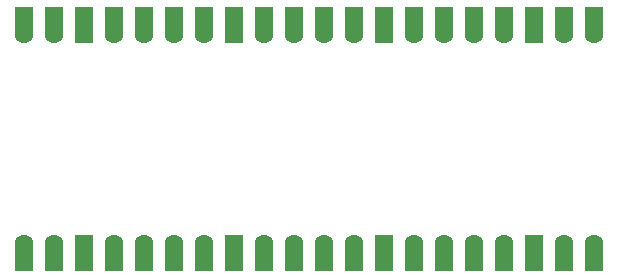
<source format=gbp>
G04 #@! TF.GenerationSoftware,KiCad,Pcbnew,6.0.11-2627ca5db0~126~ubuntu22.04.1*
G04 #@! TF.CreationDate,2023-08-03T02:59:47+02:00*
G04 #@! TF.ProjectId,OpenCyphalPicoBase,4f70656e-4379-4706-9861-6c5069636f42,0.2*
G04 #@! TF.SameCoordinates,Original*
G04 #@! TF.FileFunction,Paste,Bot*
G04 #@! TF.FilePolarity,Positive*
%FSLAX46Y46*%
G04 Gerber Fmt 4.6, Leading zero omitted, Abs format (unit mm)*
G04 Created by KiCad (PCBNEW 6.0.11-2627ca5db0~126~ubuntu22.04.1) date 2023-08-03 02:59:47*
%MOMM*%
%LPD*%
G01*
G04 APERTURE LIST*
%ADD10C,1.600000*%
%ADD11R,1.524000X2.000000*%
%ADD12R,1.600000X1.600000*%
G04 APERTURE END LIST*
D10*
X65870000Y-83110000D03*
D11*
X65870000Y-81840000D03*
D10*
X68410000Y-83110000D03*
D11*
X68410000Y-81840000D03*
D12*
X70950000Y-83110000D03*
D11*
X70950000Y-81840000D03*
D10*
X73490000Y-83110000D03*
D11*
X73490000Y-81840000D03*
D10*
X76030000Y-83110000D03*
D11*
X76030000Y-81840000D03*
D10*
X78570000Y-83110000D03*
D11*
X78570000Y-81840000D03*
D10*
X81110000Y-83110000D03*
D11*
X81110000Y-81840000D03*
D12*
X83650000Y-83110000D03*
D11*
X83650000Y-81840000D03*
X86190000Y-81840000D03*
D10*
X86190000Y-83110000D03*
D11*
X88730000Y-81840000D03*
D10*
X88730000Y-83110000D03*
X91270000Y-83110000D03*
D11*
X91270000Y-81840000D03*
X93810000Y-81840000D03*
D10*
X93810000Y-83110000D03*
D12*
X96350000Y-83110000D03*
D11*
X96350000Y-81840000D03*
X98890000Y-81840000D03*
D10*
X98890000Y-83110000D03*
D11*
X101430000Y-81840000D03*
D10*
X101430000Y-83110000D03*
X103970000Y-83110000D03*
D11*
X103970000Y-81840000D03*
X106510000Y-81840000D03*
D10*
X106510000Y-83110000D03*
D11*
X109050000Y-81840000D03*
D12*
X109050000Y-83110000D03*
D10*
X111590000Y-83110000D03*
D11*
X111590000Y-81840000D03*
D10*
X114130000Y-83110000D03*
D11*
X114130000Y-81840000D03*
X114130000Y-102160000D03*
D10*
X114130000Y-100890000D03*
X111590000Y-100890000D03*
D11*
X111590000Y-102160000D03*
X109050000Y-102160000D03*
D12*
X109050000Y-100890000D03*
D11*
X106510000Y-102160000D03*
D10*
X106510000Y-100890000D03*
D11*
X103970000Y-102160000D03*
D10*
X103970000Y-100890000D03*
X101430000Y-100890000D03*
D11*
X101430000Y-102160000D03*
X98890000Y-102160000D03*
D10*
X98890000Y-100890000D03*
D12*
X96350000Y-100890000D03*
D11*
X96350000Y-102160000D03*
D10*
X93810000Y-100890000D03*
D11*
X93810000Y-102160000D03*
D10*
X91270000Y-100890000D03*
D11*
X91270000Y-102160000D03*
D10*
X88730000Y-100890000D03*
D11*
X88730000Y-102160000D03*
X86190000Y-102160000D03*
D10*
X86190000Y-100890000D03*
D12*
X83650000Y-100890000D03*
D11*
X83650000Y-102160000D03*
X81110000Y-102160000D03*
D10*
X81110000Y-100890000D03*
X78570000Y-100890000D03*
D11*
X78570000Y-102160000D03*
D10*
X76030000Y-100890000D03*
D11*
X76030000Y-102160000D03*
D10*
X73490000Y-100890000D03*
D11*
X73490000Y-102160000D03*
D12*
X70950000Y-100890000D03*
D11*
X70950000Y-102160000D03*
X68410000Y-102160000D03*
D10*
X68410000Y-100890000D03*
D11*
X65870000Y-102160000D03*
D10*
X65870000Y-100890000D03*
M02*

</source>
